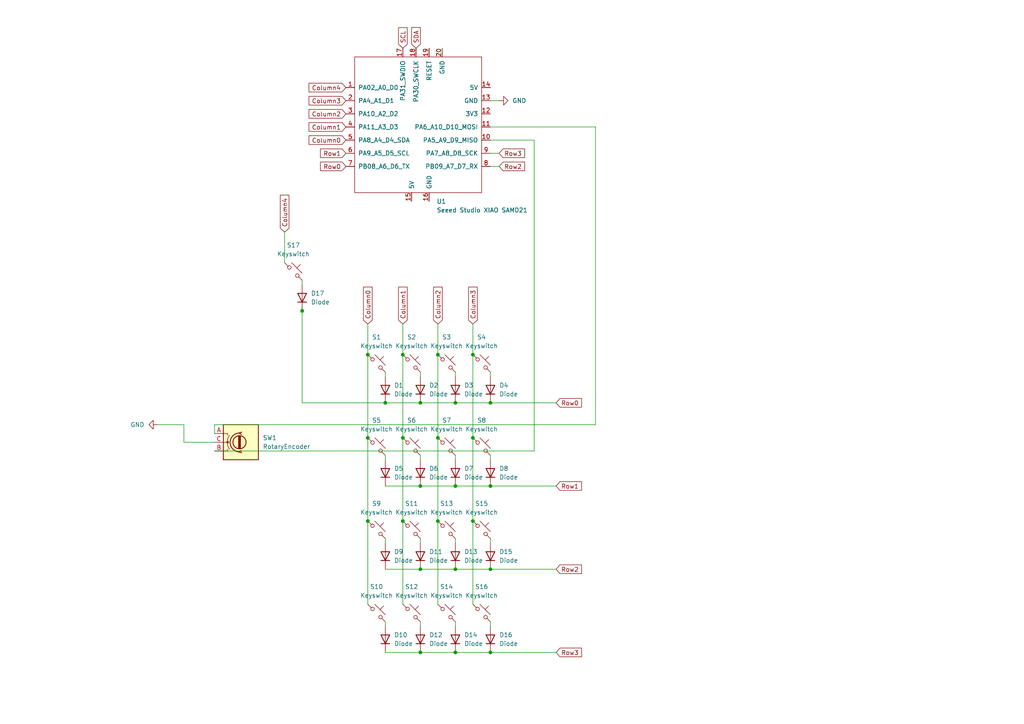
<source format=kicad_sch>
(kicad_sch (version 20231120) (generator "eeschema") (generator_version "8.0")
  (paper "A4")
  (title_block (title "Emre-HackPad") (date "2024-10-04") (company "Kluizenaren"))
  (lib_symbols
    (symbol "Device:RotaryEncoder" (pin_names (offset 0.254) hide)
      (property "Reference" "SW" (at 0 6.604 0))
      (property "Value" "RotaryEncoder" (at 0 -6.604 0))
      (symbol "RotaryEncoder_0_1"
        (rectangle (start -5.08 5.08) (end 5.08 -5.08) (stroke (width 0.254)) (fill (type background)))
        (circle (center -3.81 0) (radius 0.254) (fill (type outline)))
        (circle (center -0.381 0) (radius 1.905) (stroke (width 0.254)))
        (arc (start -0.381 2.667) (mid -3.0988 -0.0635) (end -0.381 -2.794) (stroke (width 0.254)))
        (polyline (pts (xy -0.635 -1.778) (xy -0.635 1.778)) (stroke (width 0.254)))
        (polyline (pts (xy -0.381 -1.778) (xy -0.381 1.778)) (stroke (width 0.254)))
        (polyline (pts (xy -0.127 1.778) (xy -0.127 -1.778)) (stroke (width 0.254)))
        (polyline (pts (xy -5.08 -2.54) (xy -3.81 -2.54) (xy -3.81 -2.032)))
        (polyline (pts (xy -5.08 2.54) (xy -3.81 2.54) (xy -3.81 2.032)))
        (polyline (pts (xy 0.254 -3.048) (xy -0.508 -2.794) (xy 0.127 -2.413)) (stroke (width 0.254)))
        (polyline (pts (xy 0.254 2.921) (xy -0.508 2.667) (xy 0.127 2.286)) (stroke (width 0.254)))
        (polyline (pts (xy -5.08 0) (xy -3.81 0) (xy -3.81 -1.016) (xy -3.302 -2.032)))
        (polyline (pts (xy -4.318 0) (xy -3.81 0) (xy -3.81 1.016) (xy -3.302 2.032)))
      )
      (symbol "RotaryEncoder_1_1"
        (pin passive line (at -7.62 2.54 0) (length 2.54) (name "A") (number "A"))
        (pin passive line (at -7.62 -2.54 0) (length 2.54) (name "B") (number "B"))
        (pin passive line (at -7.62 0 0) (length 2.54) (name "C") (number "C"))
      )
    )
    (symbol "ScottoKeebs:Placeholder_Diode" (pin_numbers hide) (pin_names hide)
      (property "Reference" "D" (at 0 2.54 0))
      (property "Value" "Diode" (at 0 -2.54 0))
      (symbol "Placeholder_Diode_0_1"
        (polyline (pts (xy -1.27 1.27) (xy -1.27 -1.27)) (stroke (width 0.254)))
        (polyline (pts (xy 1.27 0) (xy -1.27 0)))
        (polyline (pts (xy 1.27 1.27) (xy 1.27 -1.27) (xy -1.27 0) (xy 1.27 1.27)) (stroke (width 0.254)))
      )
      (symbol "Placeholder_Diode_1_1"
        (pin passive line (at -3.81 0 0) (length 2.54) (name "K") (number "1"))
        (pin passive line (at 3.81 0 180) (length 2.54) (name "A") (number "2"))
      )
    )
    (symbol "ScottoKeebs:Placeholder_Keyswitch" (pin_numbers hide) (pin_names (offset 1.016) hide)
      (property "Reference" "S" (at 3.048 1.016 0))
      (property "Value" "Keyswitch" (at 0 -3.81 0))
      (symbol "Placeholder_Keyswitch_0_1"
        (circle (center -1.1684 1.1684) (radius 0.508))
        (polyline (pts (xy -0.508 2.54) (xy 2.54 -0.508)))
        (polyline (pts (xy 1.016 1.016) (xy 2.032 2.032)))
        (polyline (pts (xy -2.54 2.54) (xy -1.524 1.524) (xy -1.524 1.524)))
        (polyline (pts (xy 1.524 -1.524) (xy 2.54 -2.54) (xy 2.54 -2.54) (xy 2.54 -2.54)))
        (circle (center 1.143 -1.1938) (radius 0.508))
        (pin passive line (at -2.54 2.54 0) (length 0) (name "1") (number "1"))
        (pin passive line (at 2.54 -2.54 180) (length 0) (name "2") (number "2"))
      )
    )
    (symbol "Seeed_Studio_XIAO_Series:Seeed Studio XIAO SAMD21" (pin_names (offset 1.016))
      (property "Reference" "U" (at -19.05 22.86 0))
      (property "Value" "Seeed Studio XIAO SAMD21" (at -12.7 21.59 0))
      (symbol "Seeed Studio XIAO SAMD21_0_1"
        (rectangle (start -19.05 20.32) (end 17.78 -19.05))
      )
      (symbol "Seeed Studio XIAO SAMD21_1_1"
        (pin unspecified line (at -21.59 11.43 0) (length 2.54) (name "PA02_A0_D0") (number "1"))
        (pin unspecified line (at 20.32 -3.81 180) (length 2.54) (name "PA5_A9_D9_MISO") (number "10"))
        (pin unspecified line (at 20.32 0 180) (length 2.54) (name "PA6_A10_D10_MOSI") (number "11"))
        (pin unspecified line (at 20.32 3.81 180) (length 2.54) (name "3V3") (number "12"))
        (pin unspecified line (at 20.32 7.62 180) (length 2.54) (name "GND") (number "13"))
        (pin unspecified line (at 20.32 11.43 180) (length 2.54) (name "5V") (number "14"))
        (pin input line (at -2.54 -21.59 90) (length 2.54) (name "5V") (number "15"))
        (pin input line (at 2.54 -21.59 90) (length 2.54) (name "GND") (number "16"))
        (pin input line (at -5.08 22.86 270) (length 2.54) (name "PA31_SWDIO") (number "17"))
        (pin input line (at -1.27 22.86 270) (length 2.54) (name "PA30_SWCLK") (number "18"))
        (pin input line (at 2.54 22.86 270) (length 2.54) (name "RESET") (number "19"))
        (pin unspecified line (at -21.59 7.62 0) (length 2.54) (name "PA4_A1_D1") (number "2"))
        (pin input line (at 6.35 22.86 270) (length 2.54) (name "GND") (number "20"))
        (pin unspecified line (at -21.59 3.81 0) (length 2.54) (name "PA10_A2_D2") (number "3"))
        (pin unspecified line (at -21.59 0 0) (length 2.54) (name "PA11_A3_D3") (number "4"))
        (pin unspecified line (at -21.59 -3.81 0) (length 2.54) (name "PA8_A4_D4_SDA") (number "5"))
        (pin unspecified line (at -21.59 -7.62 0) (length 2.54) (name "PA9_A5_D5_SCL") (number "6"))
        (pin unspecified line (at -21.59 -11.43 0) (length 2.54) (name "PB08_A6_D6_TX") (number "7"))
        (pin unspecified line (at 20.32 -11.43 180) (length 2.54) (name "PB09_A7_D7_RX") (number "8"))
        (pin unspecified line (at 20.32 -7.62 180) (length 2.54) (name "PA7_A8_D8_SCK") (number "9"))
      )
    )
    (symbol "power:GND" (power) (pin_numbers hide) (pin_names (offset 0) hide)
      (property "Value" "GND" (at 0 -3.81 0))
      (symbol "GND_0_1"
        (polyline (pts (xy 0 0) (xy 0 -1.27) (xy 1.27 -1.27) (xy 0 -2.54) (xy -1.27 -1.27) (xy 0 -1.27)))
      )
      (symbol "GND_1_1"
        (pin power_in line (at 0 0 270) (length 0) (name "~") (number "1"))
      )
    )
  )
  (junction (at 137.16 127))
  (junction (at 132.08 116.84))
  (junction (at 116.84 151.13))
  (junction (at 121.92 140.97))
  (junction (at 116.84 102.87))
  (junction (at 127 151.13))
  (junction (at 121.92 189.23))
  (junction (at 137.16 151.13))
  (junction (at 106.68 151.13))
  (junction (at 106.68 127))
  (junction (at 127 102.87))
  (junction (at 142.24 165.1))
  (junction (at 121.92 165.1))
  (junction (at 137.16 102.87))
  (junction (at 142.24 140.97))
  (junction (at 87.63 90.17))
  (junction (at 106.68 102.87))
  (junction (at 132.08 189.23))
  (junction (at 111.76 116.84))
  (junction (at 142.24 189.23))
  (junction (at 142.24 116.84))
  (junction (at 127 127))
  (junction (at 116.84 127))
  (junction (at 132.08 165.1))
  (junction (at 132.08 140.97))
  (junction (at 121.92 116.84))
  (wire (pts (xy 121.92 140.97) (xy 132.08 140.97)))
  (wire (pts (xy 82.55 67.31) (xy 82.55 76.2)))
  (wire (pts (xy 116.84 102.87) (xy 116.84 127)))
  (wire (pts (xy 53.34 123.19) (xy 53.34 128.27)))
  (wire (pts (xy 132.08 133.35) (xy 132.08 132.08)))
  (wire (pts (xy 116.84 93.98) (xy 116.84 102.87)))
  (wire (pts (xy 172.72 123.19) (xy 62.23 123.19)))
  (wire (pts (xy 142.24 133.35) (xy 142.24 132.08)))
  (wire (pts (xy 111.76 140.97) (xy 121.92 140.97)))
  (wire (pts (xy 142.24 189.23) (xy 161.29 189.23)))
  (wire (pts (xy 121.92 116.84) (xy 132.08 116.84)))
  (wire (pts (xy 111.76 165.1) (xy 121.92 165.1)))
  (wire (pts (xy 132.08 181.61) (xy 132.08 180.34)))
  (wire (pts (xy 132.08 116.84) (xy 142.24 116.84)))
  (wire (pts (xy 172.72 36.83) (xy 142.24 36.83)))
  (wire (pts (xy 154.94 40.64) (xy 142.24 40.64)))
  (wire (pts (xy 111.76 116.84) (xy 121.92 116.84)))
  (wire (pts (xy 121.92 109.22) (xy 121.92 107.95)))
  (wire (pts (xy 132.08 189.23) (xy 142.24 189.23)))
  (wire (pts (xy 127 102.87) (xy 127 127)))
  (wire (pts (xy 45.72 123.19) (xy 53.34 123.19)))
  (wire (pts (xy 144.78 48.26) (xy 142.24 48.26)))
  (wire (pts (xy 87.63 82.55) (xy 87.63 81.28)))
  (wire (pts (xy 121.92 189.23) (xy 132.08 189.23)))
  (wire (pts (xy 121.92 165.1) (xy 132.08 165.1)))
  (wire (pts (xy 62.23 130.81) (xy 154.94 130.81)))
  (wire (pts (xy 111.76 189.23) (xy 121.92 189.23)))
  (wire (pts (xy 137.16 102.87) (xy 137.16 127)))
  (wire (pts (xy 127 127) (xy 127 151.13)))
  (wire (pts (xy 127 151.13) (xy 127 175.26)))
  (wire (pts (xy 87.63 90.17) (xy 87.63 116.84)))
  (wire (pts (xy 132.08 109.22) (xy 132.08 107.95)))
  (wire (pts (xy 111.76 157.48) (xy 111.76 156.21)))
  (wire (pts (xy 142.24 116.84) (xy 161.29 116.84)))
  (wire (pts (xy 106.68 93.98) (xy 106.68 102.87)))
  (wire (pts (xy 132.08 157.48) (xy 132.08 156.21)))
  (wire (pts (xy 137.16 151.13) (xy 137.16 175.26)))
  (wire (pts (xy 121.92 133.35) (xy 121.92 132.08)))
  (wire (pts (xy 116.84 151.13) (xy 116.84 175.26)))
  (wire (pts (xy 132.08 165.1) (xy 142.24 165.1)))
  (wire (pts (xy 132.08 140.97) (xy 142.24 140.97)))
  (wire (pts (xy 106.68 151.13) (xy 106.68 175.26)))
  (wire (pts (xy 137.16 93.98) (xy 137.16 102.87)))
  (wire (pts (xy 142.24 181.61) (xy 142.24 180.34)))
  (wire (pts (xy 53.34 128.27) (xy 62.23 128.27)))
  (wire (pts (xy 142.24 140.97) (xy 161.29 140.97)))
  (wire (pts (xy 87.63 88.9) (xy 87.63 90.17)))
  (wire (pts (xy 127 93.98) (xy 127 102.87)))
  (wire (pts (xy 142.24 157.48) (xy 142.24 156.21)))
  (wire (pts (xy 106.68 102.87) (xy 106.68 127)))
  (wire (pts (xy 142.24 165.1) (xy 161.29 165.1)))
  (wire (pts (xy 111.76 109.22) (xy 111.76 107.95)))
  (wire (pts (xy 111.76 181.61) (xy 111.76 180.34)))
  (wire (pts (xy 87.63 116.84) (xy 111.76 116.84)))
  (wire (pts (xy 62.23 123.19) (xy 62.23 125.73)))
  (wire (pts (xy 172.72 123.19) (xy 172.72 36.83)))
  (wire (pts (xy 154.94 130.81) (xy 154.94 40.64)))
  (wire (pts (xy 121.92 157.48) (xy 121.92 156.21)))
  (wire (pts (xy 116.84 127) (xy 116.84 151.13)))
  (wire (pts (xy 106.68 127) (xy 106.68 151.13)))
  (wire (pts (xy 142.24 107.95) (xy 142.24 109.22)))
  (wire (pts (xy 111.76 133.35) (xy 111.76 132.08)))
  (wire (pts (xy 137.16 127) (xy 137.16 151.13)))
  (wire (pts (xy 144.78 44.45) (xy 142.24 44.45)))
  (wire (pts (xy 144.78 29.21) (xy 142.24 29.21)))
  (wire (pts (xy 121.92 181.61) (xy 121.92 180.34)))
  (global_label "Row0" (shape input) (at 100.33 48.26 180) (property "Intersheetrefs" "${INTERSHEET_REFS}" (effects (hide yes))))
  (global_label "Column2" (shape input) (at 127 93.98 90) (property "Intersheetrefs" "${INTERSHEET_REFS}" (effects (hide yes))))
  (global_label "Column1" (shape input) (at 100.33 36.83 180) (property "Intersheetrefs" "${INTERSHEET_REFS}" (effects (hide yes))))
  (global_label "Row3" (shape input) (at 144.78 44.45 0) (property "Intersheetrefs" "${INTERSHEET_REFS}" (effects (hide yes))))
  (global_label "Row3" (shape input) (at 161.29 189.23 0) (property "Intersheetrefs" "${INTERSHEET_REFS}" (effects (hide yes))))
  (global_label "Column4" (shape input) (at 100.33 25.4 180) (property "Intersheetrefs" "${INTERSHEET_REFS}" (effects (hide yes))))
  (global_label "SDA" (shape input) (at 120.65 13.97 90) (property "Intersheetrefs" "${INTERSHEET_REFS}" (effects (hide yes))))
  (global_label "Column0" (shape input) (at 100.33 40.64 180) (property "Intersheetrefs" "${INTERSHEET_REFS}" (effects (hide yes))))
  (global_label "Row0" (shape input) (at 161.29 116.84 0) (property "Intersheetrefs" "${INTERSHEET_REFS}" (effects (hide yes))))
  (global_label "Column0" (shape input) (at 106.68 93.98 90) (property "Intersheetrefs" "${INTERSHEET_REFS}" (effects (hide yes))))
  (global_label "SCL" (shape input) (at 116.84 13.97 90) (property "Intersheetrefs" "${INTERSHEET_REFS}" (effects (hide yes))))
  (global_label "Column2" (shape input) (at 100.33 33.02 180) (property "Intersheetrefs" "${INTERSHEET_REFS}" (effects (hide yes))))
  (global_label "Column4" (shape input) (at 82.55 67.31 90) (property "Intersheetrefs" "${INTERSHEET_REFS}" (effects (hide yes))))
  (global_label "Row1" (shape input) (at 161.29 140.97 0) (property "Intersheetrefs" "${INTERSHEET_REFS}" (effects (hide yes))))
  (global_label "Column1" (shape input) (at 116.84 93.98 90) (property "Intersheetrefs" "${INTERSHEET_REFS}" (effects (hide yes))))
  (global_label "Row2" (shape input) (at 161.29 165.1 0) (property "Intersheetrefs" "${INTERSHEET_REFS}" (effects (hide yes))))
  (global_label "Row2" (shape input) (at 144.78 48.26 0) (property "Intersheetrefs" "${INTERSHEET_REFS}" (effects (hide yes))))
  (global_label "Column3" (shape input) (at 100.33 29.21 180) (property "Intersheetrefs" "${INTERSHEET_REFS}" (effects (hide yes))))
  (global_label "Column3" (shape input) (at 137.16 93.98 90) (property "Intersheetrefs" "${INTERSHEET_REFS}" (effects (hide yes))))
  (global_label "Row1" (shape input) (at 100.33 44.45 180) (property "Intersheetrefs" "${INTERSHEET_REFS}" (effects (hide yes))))
  (symbol (lib_id "ScottoKeebs:Placeholder_Diode") (at 111.76 137.16 90) (unit 1)
    (property "Reference" "D5" (at 114.3 135.8899 90) (effects (justify right)))
    (property "Value" "Diode" (at 114.3 138.4299 90) (effects (justify right)))
    (property "Footprint" "ScottoKeebs_Components:Diode_DO-35" (effects (hide yes)))
    (property "Description" "1N4148 (DO-35) or 1N4148W (SOD-123)" (effects (hide yes)))
    (property "Sim.Device" "D" (effects (hide yes)))
    (property "Sim.Pins" "1=K 2=A" (effects (hide yes)))
  )
  (symbol (lib_id "ScottoKeebs:Placeholder_Keyswitch") (at 85.09 78.74 0) (unit 1)
    (property "Reference" "S17" (at 85.09 71.12 0))
    (property "Value" "Keyswitch" (at 85.09 73.66 0))
    (property "Footprint" "ScottoKeebs_MX:MX_PCB_1.00u" (effects (hide yes)))
    (property "Description" "Push button switch, normally open, two pins, 45° tilted" (effects (hide yes)))
  )
  (symbol (lib_id "ScottoKeebs:Placeholder_Keyswitch") (at 139.7 177.8 0) (unit 1)
    (property "Reference" "S16" (at 139.7 170.18 0))
    (property "Value" "Keyswitch" (at 139.7 172.72 0))
    (property "Footprint" "ScottoKeebs_MX:MX_PCB_1.00u" (effects (hide yes)))
    (property "Description" "Push button switch, normally open, two pins, 45° tilted" (effects (hide yes)))
  )
  (symbol (lib_id "ScottoKeebs:Placeholder_Keyswitch") (at 139.7 153.67 0) (unit 1)
    (property "Reference" "S15" (at 139.7 146.05 0))
    (property "Value" "Keyswitch" (at 139.7 148.59 0))
    (property "Footprint" "ScottoKeebs_MX:MX_PCB_1.00u" (effects (hide yes)))
    (property "Description" "Push button switch, normally open, two pins, 45° tilted" (effects (hide yes)))
  )
  (symbol (lib_id "ScottoKeebs:Placeholder_Keyswitch") (at 109.22 177.8 0) (unit 1)
    (property "Reference" "S10" (at 109.22 170.18 0))
    (property "Value" "Keyswitch" (at 109.22 172.72 0))
    (property "Footprint" "ScottoKeebs_MX:MX_PCB_1.00u" (effects (hide yes)))
    (property "Description" "Push button switch, normally open, two pins, 45° tilted" (effects (hide yes)))
  )
  (symbol (lib_id "ScottoKeebs:Placeholder_Diode") (at 111.76 113.03 90) (unit 1)
    (property "Reference" "D1" (at 114.3 111.7599 90) (effects (justify right)))
    (property "Value" "Diode" (at 114.3 114.2999 90) (effects (justify right)))
    (property "Footprint" "ScottoKeebs_Components:Diode_DO-35" (effects (hide yes)))
    (property "Description" "1N4148 (DO-35) or 1N4148W (SOD-123)" (effects (hide yes)))
    (property "Sim.Device" "D" (effects (hide yes)))
    (property "Sim.Pins" "1=K 2=A" (effects (hide yes)))
  )
  (symbol (lib_id "ScottoKeebs:Placeholder_Keyswitch") (at 109.22 153.67 0) (unit 1)
    (property "Reference" "S9" (at 109.22 146.05 0))
    (property "Value" "Keyswitch" (at 109.22 148.59 0))
    (property "Footprint" "ScottoKeebs_MX:MX_PCB_1.00u" (effects (hide yes)))
    (property "Description" "Push button switch, normally open, two pins, 45° tilted" (effects (hide yes)))
  )
  (symbol (lib_id "ScottoKeebs:Placeholder_Keyswitch") (at 139.7 129.54 0) (unit 1)
    (property "Reference" "S8" (at 139.7 121.92 0))
    (property "Value" "Keyswitch" (at 139.7 124.46 0))
    (property "Footprint" "ScottoKeebs_MX:MX_PCB_1.00u" (effects (hide yes)))
    (property "Description" "Push button switch, normally open, two pins, 45° tilted" (effects (hide yes)))
  )
  (symbol (lib_id "power:GND") (at 144.78 29.21 90) (unit 1)
    (property "Reference" "#PWR03" (effects (hide yes)))
    (property "Value" "GND" (at 148.59 29.2099 90) (effects (justify right)))
    (property "Description" "Power symbol creates a global label with name \"GND\" , ground" (effects (hide yes)))
  )
  (symbol (lib_id "ScottoKeebs:Placeholder_Keyswitch") (at 109.22 105.41 0) (unit 1)
    (property "Reference" "S1" (at 109.22 97.79 0))
    (property "Value" "Keyswitch" (at 109.22 100.33 0))
    (property "Footprint" "ScottoKeebs_MX:MX_PCB_1.00u" (effects (hide yes)))
    (property "Description" "Push button switch, normally open, two pins, 45° tilted" (effects (hide yes)))
  )
  (symbol (lib_id "ScottoKeebs:Placeholder_Diode") (at 111.76 185.42 90) (unit 1)
    (property "Reference" "D10" (at 114.3 184.1499 90) (effects (justify right)))
    (property "Value" "Diode" (at 114.3 186.6899 90) (effects (justify right)))
    (property "Footprint" "ScottoKeebs_Components:Diode_DO-35" (effects (hide yes)))
    (property "Description" "1N4148 (DO-35) or 1N4148W (SOD-123)" (effects (hide yes)))
    (property "Sim.Device" "D" (effects (hide yes)))
    (property "Sim.Pins" "1=K 2=A" (effects (hide yes)))
  )
  (symbol (lib_id "ScottoKeebs:Placeholder_Diode") (at 121.92 113.03 90) (unit 1)
    (property "Reference" "D2" (at 124.46 111.7599 90) (effects (justify right)))
    (property "Value" "Diode" (at 124.46 114.2999 90) (effects (justify right)))
    (property "Footprint" "ScottoKeebs_Components:Diode_DO-35" (effects (hide yes)))
    (property "Description" "1N4148 (DO-35) or 1N4148W (SOD-123)" (effects (hide yes)))
    (property "Sim.Device" "D" (effects (hide yes)))
    (property "Sim.Pins" "1=K 2=A" (effects (hide yes)))
  )
  (symbol (lib_id "ScottoKeebs:Placeholder_Diode") (at 132.08 137.16 90) (unit 1)
    (property "Reference" "D7" (at 134.62 135.8899 90) (effects (justify right)))
    (property "Value" "Diode" (at 134.62 138.4299 90) (effects (justify right)))
    (property "Footprint" "ScottoKeebs_Components:Diode_DO-35" (effects (hide yes)))
    (property "Description" "1N4148 (DO-35) or 1N4148W (SOD-123)" (effects (hide yes)))
    (property "Sim.Device" "D" (effects (hide yes)))
    (property "Sim.Pins" "1=K 2=A" (effects (hide yes)))
  )
  (symbol (lib_id "ScottoKeebs:Placeholder_Keyswitch") (at 129.54 129.54 0) (unit 1)
    (property "Reference" "S7" (at 129.54 121.92 0))
    (property "Value" "Keyswitch" (at 129.54 124.46 0))
    (property "Footprint" "ScottoKeebs_MX:MX_PCB_1.00u" (effects (hide yes)))
    (property "Description" "Push button switch, normally open, two pins, 45° tilted" (effects (hide yes)))
  )
  (symbol (lib_id "ScottoKeebs:Placeholder_Keyswitch") (at 129.54 105.41 0) (unit 1)
    (property "Reference" "S3" (at 129.54 97.79 0))
    (property "Value" "Keyswitch" (at 129.54 100.33 0))
    (property "Footprint" "ScottoKeebs_MX:MX_PCB_1.00u" (effects (hide yes)))
    (property "Description" "Push button switch, normally open, two pins, 45° tilted" (effects (hide yes)))
  )
  (symbol (lib_id "ScottoKeebs:Placeholder_Diode") (at 121.92 137.16 90) (unit 1)
    (property "Reference" "D6" (at 124.46 135.8899 90) (effects (justify right)))
    (property "Value" "Diode" (at 124.46 138.4299 90) (effects (justify right)))
    (property "Footprint" "ScottoKeebs_Components:Diode_DO-35" (effects (hide yes)))
    (property "Description" "1N4148 (DO-35) or 1N4148W (SOD-123)" (effects (hide yes)))
    (property "Sim.Device" "D" (effects (hide yes)))
    (property "Sim.Pins" "1=K 2=A" (effects (hide yes)))
  )
  (symbol (lib_id "Seeed_Studio_XIAO_Series:Seeed Studio XIAO SAMD21") (at 121.92 36.83 0) (unit 1)
    (property "Reference" "U1" (at 126.6541 58.42 0) (effects (justify left)))
    (property "Value" "Seeed Studio XIAO SAMD21" (at 126.6541 60.96 0) (effects (justify left)))
    (property "Footprint" "ScottoKeebs_MCU:Seeed_XIAO_RP2040" (effects (hide yes)))
  )
  (symbol (lib_id "ScottoKeebs:Placeholder_Keyswitch") (at 139.7 105.41 0) (unit 1)
    (property "Reference" "S4" (at 139.7 97.79 0))
    (property "Value" "Keyswitch" (at 139.7 100.33 0))
    (property "Footprint" "ScottoKeebs_MX:MX_PCB_1.00u" (effects (hide yes)))
    (property "Description" "Push button switch, normally open, two pins, 45° tilted" (effects (hide yes)))
  )
  (symbol (lib_id "Device:RotaryEncoder") (at 69.85 128.27 0) (unit 1)
    (property "Reference" "SW1" (at 76.2 126.9999 0) (effects (justify left)))
    (property "Value" "RotaryEncoder" (at 76.2 129.5399 0) (effects (justify left)))
    (property "Footprint" "Rotary_Encoder:RotaryEncoder_Alps_EC11E-Switch_Vertical_H20mm" (effects (hide yes)))
    (property "Description" "Rotary encoder, dual channel, incremental quadrate outputs" (effects (hide yes)))
  )
  (symbol (lib_id "ScottoKeebs:Placeholder_Diode") (at 87.63 86.36 90) (unit 1)
    (property "Reference" "D17" (at 90.17 85.0899 90) (effects (justify right)))
    (property "Value" "Diode" (at 90.17 87.6299 90) (effects (justify right)))
    (property "Footprint" "ScottoKeebs_Components:Diode_DO-35" (effects (hide yes)))
    (property "Description" "1N4148 (DO-35) or 1N4148W (SOD-123)" (effects (hide yes)))
    (property "Sim.Device" "D" (effects (hide yes)))
    (property "Sim.Pins" "1=K 2=A" (effects (hide yes)))
  )
  (symbol (lib_id "ScottoKeebs:Placeholder_Diode") (at 142.24 137.16 90) (unit 1)
    (property "Reference" "D8" (at 144.78 135.8899 90) (effects (justify right)))
    (property "Value" "Diode" (at 144.78 138.4299 90) (effects (justify right)))
    (property "Footprint" "ScottoKeebs_Components:Diode_DO-35" (effects (hide yes)))
    (property "Description" "1N4148 (DO-35) or 1N4148W (SOD-123)" (effects (hide yes)))
    (property "Sim.Device" "D" (effects (hide yes)))
    (property "Sim.Pins" "1=K 2=A" (effects (hide yes)))
  )
  (symbol (lib_id "ScottoKeebs:Placeholder_Keyswitch") (at 109.22 129.54 0) (unit 1)
    (property "Reference" "S5" (at 109.22 121.92 0))
    (property "Value" "Keyswitch" (at 109.22 124.46 0))
    (property "Footprint" "ScottoKeebs_MX:MX_PCB_1.00u" (effects (hide yes)))
    (property "Description" "Push button switch, normally open, two pins, 45° tilted" (effects (hide yes)))
  )
  (symbol (lib_id "ScottoKeebs:Placeholder_Keyswitch") (at 119.38 105.41 0) (unit 1)
    (property "Reference" "S2" (at 119.38 97.79 0))
    (property "Value" "Keyswitch" (at 119.38 100.33 0))
    (property "Footprint" "ScottoKeebs_MX:MX_PCB_1.00u" (effects (hide yes)))
    (property "Description" "Push button switch, normally open, two pins, 45° tilted" (effects (hide yes)))
  )
  (symbol (lib_id "ScottoKeebs:Placeholder_Diode") (at 121.92 185.42 90) (unit 1)
    (property "Reference" "D12" (at 124.46 184.1499 90) (effects (justify right)))
    (property "Value" "Diode" (at 124.46 186.6899 90) (effects (justify right)))
    (property "Footprint" "ScottoKeebs_Components:Diode_DO-35" (effects (hide yes)))
    (property "Description" "1N4148 (DO-35) or 1N4148W (SOD-123)" (effects (hide yes)))
    (property "Sim.Device" "D" (effects (hide yes)))
    (property "Sim.Pins" "1=K 2=A" (effects (hide yes)))
  )
  (symbol (lib_id "ScottoKeebs:Placeholder_Diode") (at 132.08 113.03 90) (unit 1)
    (property "Reference" "D3" (at 134.62 111.7599 90) (effects (justify right)))
    (property "Value" "Diode" (at 134.62 114.2999 90) (effects (justify right)))
    (property "Footprint" "ScottoKeebs_Components:Diode_DO-35" (effects (hide yes)))
    (property "Description" "1N4148 (DO-35) or 1N4148W (SOD-123)" (effects (hide yes)))
    (property "Sim.Device" "D" (effects (hide yes)))
    (property "Sim.Pins" "1=K 2=A" (effects (hide yes)))
  )
  (symbol (lib_id "ScottoKeebs:Placeholder_Keyswitch") (at 119.38 129.54 0) (unit 1)
    (property "Reference" "S6" (at 119.38 121.92 0))
    (property "Value" "Keyswitch" (at 119.38 124.46 0))
    (property "Footprint" "ScottoKeebs_MX:MX_PCB_1.00u" (effects (hide yes)))
    (property "Description" "Push button switch, normally open, two pins, 45° tilted" (effects (hide yes)))
  )
  (symbol (lib_id "ScottoKeebs:Placeholder_Keyswitch") (at 129.54 153.67 0) (unit 1)
    (property "Reference" "S13" (at 129.54 146.05 0))
    (property "Value" "Keyswitch" (at 129.54 148.59 0))
    (property "Footprint" "ScottoKeebs_MX:MX_PCB_1.00u" (effects (hide yes)))
    (property "Description" "Push button switch, normally open, two pins, 45° tilted" (effects (hide yes)))
  )
  (symbol (lib_id "ScottoKeebs:Placeholder_Diode") (at 142.24 113.03 90) (unit 1)
    (property "Reference" "D4" (at 144.78 111.7599 90) (effects (justify right)))
    (property "Value" "Diode" (at 144.78 114.2999 90) (effects (justify right)))
    (property "Footprint" "ScottoKeebs_Components:Diode_DO-35" (effects (hide yes)))
    (property "Description" "1N4148 (DO-35) or 1N4148W (SOD-123)" (effects (hide yes)))
    (property "Sim.Device" "D" (effects (hide yes)))
    (property "Sim.Pins" "1=K 2=A" (effects (hide yes)))
  )
  (symbol (lib_id "ScottoKeebs:Placeholder_Diode") (at 132.08 161.29 90) (unit 1)
    (property "Reference" "D13" (at 134.62 160.0199 90) (effects (justify right)))
    (property "Value" "Diode" (at 134.62 162.5599 90) (effects (justify right)))
    (property "Footprint" "ScottoKeebs_Components:Diode_DO-35" (effects (hide yes)))
    (property "Description" "1N4148 (DO-35) or 1N4148W (SOD-123)" (effects (hide yes)))
    (property "Sim.Device" "D" (effects (hide yes)))
    (property "Sim.Pins" "1=K 2=A" (effects (hide yes)))
  )
  (symbol (lib_id "power:GND") (at 45.72 123.19 270) (unit 1)
    (property "Reference" "#PWR01" (effects (hide yes)))
    (property "Value" "GND" (at 41.91 123.1899 90) (effects (justify right)))
    (property "Description" "Power symbol creates a global label with name \"GND\" , ground" (effects (hide yes)))
  )
  (symbol (lib_id "ScottoKeebs:Placeholder_Diode") (at 142.24 161.29 90) (unit 1)
    (property "Reference" "D15" (at 144.78 160.0199 90) (effects (justify right)))
    (property "Value" "Diode" (at 144.78 162.5599 90) (effects (justify right)))
    (property "Footprint" "ScottoKeebs_Components:Diode_DO-35" (effects (hide yes)))
    (property "Description" "1N4148 (DO-35) or 1N4148W (SOD-123)" (effects (hide yes)))
    (property "Sim.Device" "D" (effects (hide yes)))
    (property "Sim.Pins" "1=K 2=A" (effects (hide yes)))
  )
  (symbol (lib_id "ScottoKeebs:Placeholder_Keyswitch") (at 119.38 153.67 0) (unit 1)
    (property "Reference" "S11" (at 119.38 146.05 0))
    (property "Value" "Keyswitch" (at 119.38 148.59 0))
    (property "Footprint" "ScottoKeebs_MX:MX_PCB_1.00u" (effects (hide yes)))
    (property "Description" "Push button switch, normally open, two pins, 45° tilted" (effects (hide yes)))
  )
  (symbol (lib_id "ScottoKeebs:Placeholder_Keyswitch") (at 129.54 177.8 0) (unit 1)
    (property "Reference" "S14" (at 129.54 170.18 0))
    (property "Value" "Keyswitch" (at 129.54 172.72 0))
    (property "Footprint" "ScottoKeebs_MX:MX_PCB_1.00u" (effects (hide yes)))
    (property "Description" "Push button switch, normally open, two pins, 45° tilted" (effects (hide yes)))
  )
  (symbol (lib_id "ScottoKeebs:Placeholder_Keyswitch") (at 119.38 177.8 0) (unit 1)
    (property "Reference" "S12" (at 119.38 170.18 0))
    (property "Value" "Keyswitch" (at 119.38 172.72 0))
    (property "Footprint" "ScottoKeebs_MX:MX_PCB_1.00u" (effects (hide yes)))
    (property "Description" "Push button switch, normally open, two pins, 45° tilted" (effects (hide yes)))
  )
  (symbol (lib_id "ScottoKeebs:Placeholder_Diode") (at 121.92 161.29 90) (unit 1)
    (property "Reference" "D11" (at 124.46 160.0199 90) (effects (justify right)))
    (property "Value" "Diode" (at 124.46 162.5599 90) (effects (justify right)))
    (property "Footprint" "ScottoKeebs_Components:Diode_DO-35" (effects (hide yes)))
    (property "Description" "1N4148 (DO-35) or 1N4148W (SOD-123)" (effects (hide yes)))
    (property "Sim.Device" "D" (effects (hide yes)))
    (property "Sim.Pins" "1=K 2=A" (effects (hide yes)))
  )
  (symbol (lib_id "ScottoKeebs:Placeholder_Diode") (at 111.76 161.29 90) (unit 1)
    (property "Reference" "D9" (at 114.3 160.0199 90) (effects (justify right)))
    (property "Value" "Diode" (at 114.3 162.5599 90) (effects (justify right)))
    (property "Footprint" "ScottoKeebs_Components:Diode_DO-35" (effects (hide yes)))
    (property "Description" "1N4148 (DO-35) or 1N4148W (SOD-123)" (effects (hide yes)))
    (property "Sim.Device" "D" (effects (hide yes)))
    (property "Sim.Pins" "1=K 2=A" (effects (hide yes)))
  )
  (symbol (lib_id "ScottoKeebs:Placeholder_Diode") (at 142.24 185.42 90) (unit 1)
    (property "Reference" "D16" (at 144.78 184.1499 90) (effects (justify right)))
    (property "Value" "Diode" (at 144.78 186.6899 90) (effects (justify right)))
    (property "Footprint" "ScottoKeebs_Components:Diode_DO-35" (effects (hide yes)))
    (property "Description" "1N4148 (DO-35) or 1N4148W (SOD-123)" (effects (hide yes)))
    (property "Sim.Device" "D" (effects (hide yes)))
    (property "Sim.Pins" "1=K 2=A" (effects (hide yes)))
  )
  (symbol (lib_id "ScottoKeebs:Placeholder_Diode") (at 132.08 185.42 90) (unit 1)
    (property "Reference" "D14" (at 134.62 184.1499 90) (effects (justify right)))
    (property "Value" "Diode" (at 134.62 186.6899 90) (effects (justify right)))
    (property "Footprint" "ScottoKeebs_Components:Diode_DO-35" (effects (hide yes)))
    (property "Description" "1N4148 (DO-35) or 1N4148W (SOD-123)" (effects (hide yes)))
    (property "Sim.Device" "D" (effects (hide yes)))
    (property "Sim.Pins" "1=K 2=A" (effects (hide yes)))
  )
)
</source>
